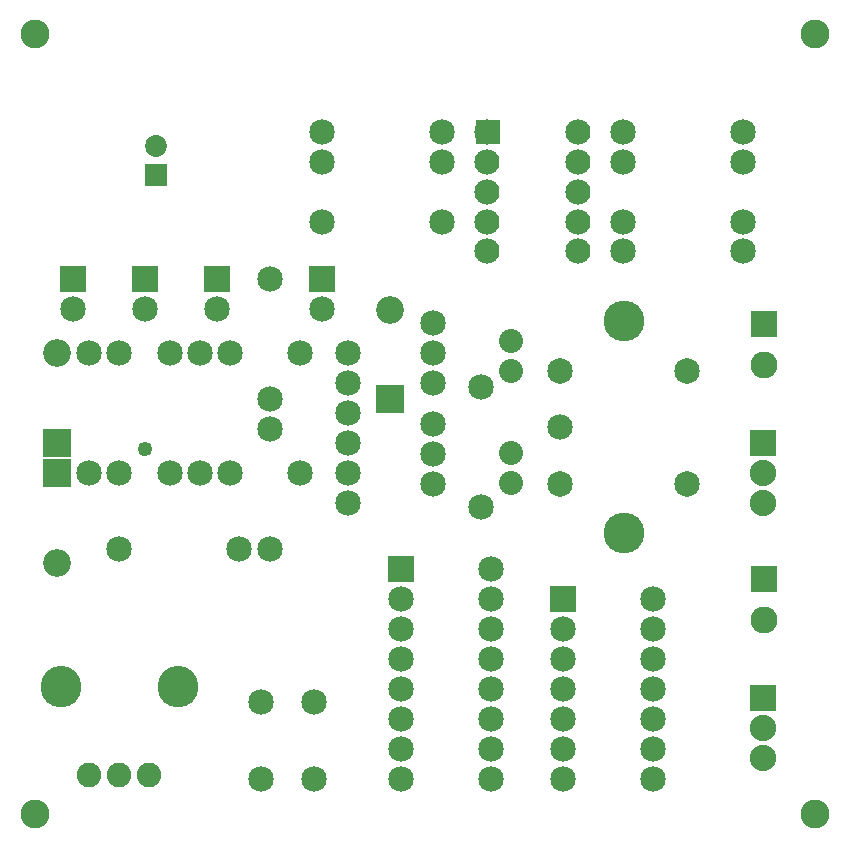
<source format=gts>
G04 MADE WITH FRITZING*
G04 WWW.FRITZING.ORG*
G04 DOUBLE SIDED*
G04 HOLES PLATED*
G04 CONTOUR ON CENTER OF CONTOUR VECTOR*
%ASAXBY*%
%FSLAX23Y23*%
%MOIN*%
%OFA0B0*%
%SFA1.0B1.0*%
%ADD10C,0.085000*%
%ADD11C,0.085118*%
%ADD12C,0.084803*%
%ADD13C,0.135984*%
%ADD14C,0.092000*%
%ADD15C,0.090000*%
%ADD16C,0.080000*%
%ADD17C,0.081889*%
%ADD18C,0.081917*%
%ADD19C,0.134033*%
%ADD20C,0.088000*%
%ADD21C,0.084000*%
%ADD22C,0.072992*%
%ADD23C,0.049370*%
%ADD24C,0.096614*%
%ADD25R,0.092000X0.092000*%
%ADD26R,0.090000X0.090000*%
%ADD27R,0.085000X0.085000*%
%ADD28R,0.088000X0.088000*%
%ADD29R,0.084000X0.084000*%
%ADD30R,0.072992X0.072992*%
%LNMASK1*%
G90*
G70*
G54D10*
X630Y1615D03*
X630Y1215D03*
X530Y1215D03*
X530Y1615D03*
X863Y1861D03*
X863Y1461D03*
X862Y963D03*
X862Y1363D03*
G54D11*
X2251Y1554D03*
X1830Y1554D03*
X1830Y1180D03*
X2251Y1180D03*
X2251Y1554D03*
X1830Y1554D03*
X1830Y1180D03*
X2251Y1180D03*
G54D12*
X1830Y1368D03*
G54D13*
X2043Y1721D03*
G54D10*
X260Y1215D03*
X260Y1615D03*
G54D13*
X2043Y1016D03*
G54D10*
X360Y963D03*
X760Y963D03*
X359Y1215D03*
X359Y1615D03*
X730Y1214D03*
X730Y1614D03*
X962Y1615D03*
X962Y1215D03*
G54D14*
X151Y1215D03*
X151Y917D03*
G54D10*
X1566Y1103D03*
X1566Y1503D03*
G54D14*
X151Y1317D03*
X151Y1615D03*
X1263Y1462D03*
X1263Y1760D03*
G54D15*
X2508Y862D03*
X2508Y724D03*
G54D10*
X1840Y796D03*
X2140Y796D03*
X1840Y696D03*
X2140Y696D03*
X1840Y596D03*
X2140Y596D03*
X1840Y496D03*
X2140Y496D03*
X1840Y396D03*
X2140Y396D03*
X1840Y296D03*
X2140Y296D03*
X1840Y196D03*
X2140Y196D03*
X1300Y896D03*
X1600Y896D03*
X1300Y796D03*
X1600Y796D03*
X1300Y696D03*
X1600Y696D03*
X1300Y596D03*
X1600Y596D03*
X1300Y496D03*
X1600Y496D03*
X1300Y396D03*
X1600Y396D03*
X1300Y296D03*
X1600Y296D03*
X1300Y196D03*
X1600Y196D03*
X1404Y1180D03*
X1404Y1280D03*
X1404Y1380D03*
X1404Y1515D03*
X1404Y1615D03*
X1404Y1715D03*
X1121Y1615D03*
X1121Y1515D03*
X1121Y1415D03*
X1121Y1315D03*
X1121Y1215D03*
X1121Y1115D03*
G54D16*
X1665Y1554D03*
X1665Y1654D03*
X1665Y1281D03*
X1665Y1181D03*
G54D10*
X685Y1861D03*
X685Y1761D03*
X205Y1861D03*
X205Y1761D03*
X1037Y1861D03*
X1037Y1761D03*
X445Y1861D03*
X445Y1761D03*
G54D17*
X260Y209D03*
X360Y209D03*
G54D18*
X460Y209D03*
G54D19*
X166Y504D03*
X554Y504D03*
G54D20*
X2507Y466D03*
X2507Y366D03*
X2507Y266D03*
G54D21*
X1587Y2353D03*
X1587Y2253D03*
X1587Y2153D03*
X1587Y2053D03*
X1587Y1954D03*
X1888Y1954D03*
X1888Y2053D03*
X1888Y2153D03*
X1888Y2253D03*
X1888Y2353D03*
G54D10*
X1037Y2353D03*
X1437Y2353D03*
X1036Y2252D03*
X1436Y2252D03*
X1037Y2053D03*
X1437Y2053D03*
X2039Y1955D03*
X2439Y1955D03*
X2039Y2053D03*
X2439Y2053D03*
X2039Y2252D03*
X2439Y2252D03*
X2039Y2353D03*
X2439Y2353D03*
G54D22*
X482Y2208D03*
X482Y2306D03*
G54D10*
X833Y196D03*
X833Y452D03*
X1010Y196D03*
X1010Y452D03*
G54D15*
X2508Y1712D03*
X2508Y1575D03*
G54D20*
X2507Y1316D03*
X2507Y1216D03*
X2507Y1116D03*
G54D13*
X166Y503D03*
X556Y503D03*
G54D23*
X444Y1294D03*
G54D24*
X2678Y78D03*
X78Y78D03*
X2678Y2678D03*
X78Y2678D03*
G54D25*
X151Y1216D03*
X151Y1316D03*
X1263Y1461D03*
G54D26*
X2508Y862D03*
G54D27*
X1840Y796D03*
X1300Y896D03*
X685Y1861D03*
X205Y1861D03*
X1037Y1861D03*
X445Y1861D03*
G54D28*
X2507Y466D03*
G54D29*
X1588Y2352D03*
G54D30*
X482Y2208D03*
G54D26*
X2508Y1712D03*
G54D28*
X2507Y1316D03*
G04 End of Mask1*
M02*
</source>
